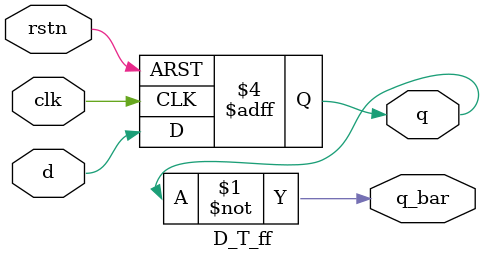
<source format=v>
module T_type_ff (t,rstn,clk,q,q_bar);

    input t,rstn,clk;
    output q,q_bar;
    reg q;
    assign q_bar = ~q;
    always @(posedge clk or negedge rstn) begin
        
        if(~rstn) begin
            q <= 0;
        end
        else if (t == 1) begin
            q <= ~q;
        end
    end
endmodule


module D_type_ff (d,rstn,clk,q,q_bar);

    input d,rstn,clk;
    output q,q_bar;
    reg q;
    assign q_bar = ~q;

    always @(posedge clk or negedge rstn) begin
        
        if(~rstn) begin
            q <= 0;
        end
        else  begin
            q <= d;
        end
    end
endmodule

module D_T_ff #(parameter FF_TYPE = "DFF") (d,rstn,clk,q,q_bar);

    input d,rstn,clk;
    output q,q_bar;
    reg q;
    assign q_bar = ~q;

    always @(posedge clk or negedge rstn) begin

        if(~rstn) begin
            q <= 0;
        end
        else if (FF_TYPE == "DFF") begin
            q = d;
        end 
        else if (FF_TYPE == "TFF") begin
            if (d == 1) begin
                q <= ~q;
            end
        end
        
    end

endmodule
</source>
